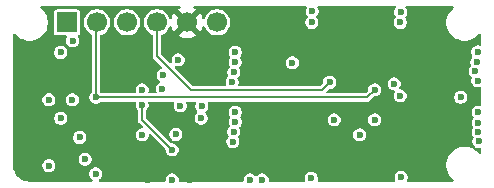
<source format=gbr>
%TF.GenerationSoftware,KiCad,Pcbnew,9.0.1*%
%TF.CreationDate,2025-08-04T21:34:24+02:00*%
%TF.ProjectId,rev1.0,72657631-2e30-42e6-9b69-6361645f7063,rev?*%
%TF.SameCoordinates,Original*%
%TF.FileFunction,Copper,L2,Inr*%
%TF.FilePolarity,Positive*%
%FSLAX46Y46*%
G04 Gerber Fmt 4.6, Leading zero omitted, Abs format (unit mm)*
G04 Created by KiCad (PCBNEW 9.0.1) date 2025-08-04 21:34:24*
%MOMM*%
%LPD*%
G01*
G04 APERTURE LIST*
%TA.AperFunction,ComponentPad*%
%ADD10R,1.700000X1.700000*%
%TD*%
%TA.AperFunction,ComponentPad*%
%ADD11C,1.700000*%
%TD*%
%TA.AperFunction,ViaPad*%
%ADD12C,0.600000*%
%TD*%
%TA.AperFunction,Conductor*%
%ADD13C,0.200000*%
%TD*%
G04 APERTURE END LIST*
D10*
%TO.N,PISO out*%
%TO.C,J1*%
X207010000Y-95885000D03*
D11*
%TO.N,SIPO in*%
X209550000Y-95885000D03*
%TO.N,Clock*%
X212090000Y-95885000D03*
%TO.N,Shift{slash}load*%
X214630000Y-95885000D03*
%TO.N,VCC*%
X217170000Y-95885000D03*
%TO.N,GND*%
X219710000Y-95885000D03*
%TD*%
D12*
%TO.N,GND*%
X208551832Y-107475378D03*
%TO.N,VCC*%
X205536535Y-100176279D03*
X206576293Y-105998922D03*
%TO.N,GND*%
X205470000Y-108000000D03*
X205470000Y-102425000D03*
%TO.N,SIPO in*%
X209447842Y-102230743D03*
%TO.N,GND*%
X207476294Y-97433704D03*
%TO.N,VCC*%
X211455000Y-100330000D03*
X210820000Y-100330000D03*
X211455000Y-102870000D03*
X210820000Y-102870000D03*
X210820000Y-105410000D03*
X211455000Y-105410000D03*
X210820000Y-106680000D03*
X211455000Y-106680000D03*
X210820000Y-107950000D03*
X211455000Y-107950000D03*
%TO.N,SIPO out*%
X209426139Y-108703471D03*
%TO.N,VCC*%
X204470000Y-104775000D03*
X204470000Y-97790000D03*
X204470000Y-99060000D03*
X204470000Y-98425000D03*
X204470000Y-103505000D03*
X204470000Y-104140000D03*
%TO.N,Clock*%
X206470000Y-104000000D03*
X208075732Y-105622014D03*
%TO.N,Shift{slash}load*%
X207470000Y-102425000D03*
%TO.N,Clock*%
X206470000Y-98425000D03*
%TO.N,VCC*%
X230556764Y-105358236D03*
X220345000Y-107950000D03*
X233045000Y-99060000D03*
X241589833Y-102239631D03*
X223520000Y-94996000D03*
X220980000Y-107950000D03*
X226934011Y-98367396D03*
X232410000Y-99060000D03*
X217424000Y-109220000D03*
X219710000Y-107950000D03*
X213868000Y-109220000D03*
X231775000Y-99060000D03*
X230505000Y-104775000D03*
%TO.N,GND*%
X235235000Y-95885000D03*
X235204000Y-102108000D03*
X227735000Y-95885000D03*
X229616000Y-104140000D03*
X227695226Y-109068412D03*
X227761953Y-94939361D03*
X235287856Y-109000215D03*
X235248499Y-95015136D03*
X234696000Y-101092000D03*
X223520000Y-109220000D03*
X222504000Y-109220000D03*
X215900000Y-109220000D03*
X240330558Y-102219643D03*
%TO.N,Net-(RN1-R4.2)*%
X213360000Y-105410000D03*
%TO.N,Net-(RN2-R3.2)*%
X218419793Y-102996024D03*
X215143489Y-100361727D03*
%TO.N,Net-(RN2-R2.2)*%
X218365909Y-103978347D03*
X215091735Y-101491698D03*
%TO.N,Net-(RN2-R4.2)*%
X216408000Y-99060000D03*
%TO.N,Net-(RN2-R1.2)*%
X216576921Y-102926367D03*
%TO.N,SIPO in*%
X233045000Y-101600000D03*
%TO.N,SIPO out*%
X221265000Y-98425000D03*
%TO.N,Net-(RN3-R1.1)*%
X241793421Y-100818455D03*
%TO.N,Net-(RN3-R2.1)*%
X241585000Y-100023904D03*
%TO.N,Net-(RN3-R3.1)*%
X241708754Y-99190257D03*
%TO.N,Net-(RN3-R4.1)*%
X241773873Y-98379399D03*
%TO.N,Net-(RN6-R3.1)*%
X241843353Y-104361437D03*
%TO.N,Net-(RN6-R4.1)*%
X241832882Y-103497403D03*
%TO.N,Net-(RN6-R2.1)*%
X241824311Y-105161213D03*
%TO.N,Net-(RN6-R1.1)*%
X241874969Y-105959610D03*
%TO.N,Net-(RN4-R4.1)*%
X220980000Y-100928346D03*
%TO.N,Net-(RN4-R2.1)*%
X221255220Y-99234227D03*
%TO.N,Net-(RN4-R3.1)*%
X221137989Y-100084157D03*
%TO.N,Net-(RN5-R1.1)*%
X221265000Y-103505000D03*
%TO.N,Net-(RN5-R3.1)*%
X221112634Y-105118470D03*
%TO.N,Net-(RN5-R2.1)*%
X221264999Y-104305000D03*
%TO.N,Net-(RN5-R4.1)*%
X221060000Y-105963162D03*
%TO.N,Clock*%
X231775000Y-105410000D03*
X226095889Y-99290867D03*
%TO.N,Shift{slash}load*%
X233045000Y-104140000D03*
X229235000Y-100965000D03*
%TO.N,Net-(RN1-R2.2)*%
X215900000Y-106680000D03*
X213360000Y-102870000D03*
%TO.N,Net-(RN1-R1.2)*%
X213360000Y-101600000D03*
%TO.N,Net-(RN1-R3.2)*%
X216226140Y-105368169D03*
%TD*%
D13*
%TO.N,SIPO in*%
X209447842Y-95987158D02*
X209550000Y-95885000D01*
X209447842Y-102235000D02*
X209447842Y-95987158D01*
X232410000Y-102235000D02*
X209447842Y-102235000D01*
X233045000Y-101600000D02*
X232410000Y-102235000D01*
%TO.N,Shift{slash}load*%
X228600000Y-101600000D02*
X217508084Y-101600000D01*
X229235000Y-100965000D02*
X228600000Y-101600000D01*
X214630000Y-98721916D02*
X214630000Y-95885000D01*
X217508084Y-101600000D02*
X214630000Y-98721916D01*
%TO.N,Net-(RN1-R2.2)*%
X213360000Y-104140000D02*
X215900000Y-106680000D01*
X213360000Y-102870000D02*
X213360000Y-104140000D01*
%TD*%
%TA.AperFunction,Conductor*%
%TO.N,VCC*%
G36*
X216598684Y-94499407D02*
G01*
X216634648Y-94548907D01*
X216634648Y-94610093D01*
X216598684Y-94659593D01*
X216585438Y-94667710D01*
X216462446Y-94730376D01*
X216462442Y-94730378D01*
X216408282Y-94769728D01*
X217040591Y-95402037D01*
X216977007Y-95419075D01*
X216862993Y-95484901D01*
X216769901Y-95577993D01*
X216704075Y-95692007D01*
X216687037Y-95755591D01*
X216054728Y-95123282D01*
X216015378Y-95177442D01*
X216015376Y-95177446D01*
X215918904Y-95366784D01*
X215862985Y-95538887D01*
X215827021Y-95588387D01*
X215768830Y-95607294D01*
X215710639Y-95588387D01*
X215674676Y-95538887D01*
X215649876Y-95462561D01*
X215649874Y-95462558D01*
X215649873Y-95462557D01*
X215649873Y-95462555D01*
X215571232Y-95308212D01*
X215469414Y-95168072D01*
X215346928Y-95045586D01*
X215206788Y-94943768D01*
X215206787Y-94943767D01*
X215206785Y-94943766D01*
X215052441Y-94865125D01*
X215052438Y-94865123D01*
X214887706Y-94811598D01*
X214887702Y-94811597D01*
X214716614Y-94784500D01*
X214716611Y-94784500D01*
X214543389Y-94784500D01*
X214543386Y-94784500D01*
X214372297Y-94811597D01*
X214372293Y-94811598D01*
X214207561Y-94865123D01*
X214207558Y-94865125D01*
X214053214Y-94943766D01*
X213913073Y-95045585D01*
X213790585Y-95168073D01*
X213688766Y-95308214D01*
X213610125Y-95462558D01*
X213610123Y-95462561D01*
X213556598Y-95627293D01*
X213556597Y-95627297D01*
X213529500Y-95798385D01*
X213529500Y-95971614D01*
X213556597Y-96142702D01*
X213556598Y-96142706D01*
X213610123Y-96307438D01*
X213610125Y-96307441D01*
X213675373Y-96435500D01*
X213688768Y-96461788D01*
X213790586Y-96601928D01*
X213913072Y-96724414D01*
X214053212Y-96826232D01*
X214207555Y-96904873D01*
X214207557Y-96904873D01*
X214207558Y-96904874D01*
X214211087Y-96906021D01*
X214260589Y-96941982D01*
X214279500Y-97000172D01*
X214279500Y-98768060D01*
X214298130Y-98837588D01*
X214300790Y-98847515D01*
X214300790Y-98847517D01*
X214303383Y-98857198D01*
X214303384Y-98857200D01*
X214303385Y-98857203D01*
X214303386Y-98857204D01*
X214349530Y-98937128D01*
X214810413Y-99398010D01*
X215070128Y-99657725D01*
X215097905Y-99712242D01*
X215088334Y-99772674D01*
X215045069Y-99815939D01*
X215025748Y-99823355D01*
X214931004Y-99848742D01*
X214931000Y-99848744D01*
X214805478Y-99921214D01*
X214702976Y-100023716D01*
X214630506Y-100149237D01*
X214630505Y-100149242D01*
X214592989Y-100289252D01*
X214592989Y-100434202D01*
X214597763Y-100452017D01*
X214630506Y-100574216D01*
X214702976Y-100699737D01*
X214702978Y-100699739D01*
X214702980Y-100699742D01*
X214805474Y-100802236D01*
X214805476Y-100802237D01*
X214805478Y-100802239D01*
X214846695Y-100826036D01*
X214887636Y-100871506D01*
X214894032Y-100932356D01*
X214863439Y-100985344D01*
X214846696Y-100997508D01*
X214753722Y-101051187D01*
X214651222Y-101153687D01*
X214578752Y-101279208D01*
X214549731Y-101387515D01*
X214541235Y-101419223D01*
X214541235Y-101564173D01*
X214573293Y-101683814D01*
X214578752Y-101704185D01*
X214597120Y-101735999D01*
X214609842Y-101795848D01*
X214584956Y-101851743D01*
X214531968Y-101882336D01*
X214511384Y-101884500D01*
X213982707Y-101884500D01*
X213924516Y-101865593D01*
X213888552Y-101816093D01*
X213887080Y-101759878D01*
X213910500Y-101672475D01*
X213910500Y-101527525D01*
X213872984Y-101387515D01*
X213872982Y-101387512D01*
X213872982Y-101387510D01*
X213800512Y-101261989D01*
X213800510Y-101261987D01*
X213800509Y-101261985D01*
X213698015Y-101159491D01*
X213698012Y-101159489D01*
X213698010Y-101159487D01*
X213572488Y-101087017D01*
X213572489Y-101087017D01*
X213542896Y-101079087D01*
X213432475Y-101049500D01*
X213287525Y-101049500D01*
X213225790Y-101066041D01*
X213147510Y-101087017D01*
X213021989Y-101159487D01*
X212919487Y-101261989D01*
X212847017Y-101387510D01*
X212822775Y-101477982D01*
X212809500Y-101527525D01*
X212809500Y-101672475D01*
X212832919Y-101759878D01*
X212829718Y-101820978D01*
X212791213Y-101868528D01*
X212737293Y-101884500D01*
X209921131Y-101884500D01*
X209913533Y-101882031D01*
X209905644Y-101883281D01*
X209884988Y-101872756D01*
X209862940Y-101865593D01*
X209851127Y-101855504D01*
X209827338Y-101831715D01*
X209799561Y-101777198D01*
X209798342Y-101761711D01*
X209798342Y-97033370D01*
X209817249Y-96975179D01*
X209866746Y-96939216D01*
X209972445Y-96904873D01*
X210126788Y-96826232D01*
X210266928Y-96724414D01*
X210389414Y-96601928D01*
X210491232Y-96461788D01*
X210569873Y-96307445D01*
X210569874Y-96307440D01*
X210569876Y-96307438D01*
X210623401Y-96142706D01*
X210623402Y-96142702D01*
X210650500Y-95971614D01*
X210650500Y-95798385D01*
X210989500Y-95798385D01*
X210989500Y-95971614D01*
X211016597Y-96142702D01*
X211016598Y-96142706D01*
X211070123Y-96307438D01*
X211070125Y-96307441D01*
X211135373Y-96435500D01*
X211148768Y-96461788D01*
X211250586Y-96601928D01*
X211373072Y-96724414D01*
X211513212Y-96826232D01*
X211667555Y-96904873D01*
X211667557Y-96904873D01*
X211667558Y-96904874D01*
X211667561Y-96904876D01*
X211832293Y-96958401D01*
X211832297Y-96958402D01*
X212003386Y-96985500D01*
X212003389Y-96985500D01*
X212176614Y-96985500D01*
X212347702Y-96958402D01*
X212347706Y-96958401D01*
X212512438Y-96904876D01*
X212512440Y-96904874D01*
X212512445Y-96904873D01*
X212666788Y-96826232D01*
X212806928Y-96724414D01*
X212929414Y-96601928D01*
X213031232Y-96461788D01*
X213109873Y-96307445D01*
X213109874Y-96307440D01*
X213109876Y-96307438D01*
X213163401Y-96142706D01*
X213163402Y-96142702D01*
X213190500Y-95971614D01*
X213190500Y-95798385D01*
X213163402Y-95627297D01*
X213163401Y-95627293D01*
X213109876Y-95462561D01*
X213109874Y-95462558D01*
X213109873Y-95462557D01*
X213109873Y-95462555D01*
X213031232Y-95308212D01*
X212929414Y-95168072D01*
X212806928Y-95045586D01*
X212666788Y-94943768D01*
X212666787Y-94943767D01*
X212666785Y-94943766D01*
X212512441Y-94865125D01*
X212512438Y-94865123D01*
X212347706Y-94811598D01*
X212347702Y-94811597D01*
X212176614Y-94784500D01*
X212176611Y-94784500D01*
X212003389Y-94784500D01*
X212003386Y-94784500D01*
X211832297Y-94811597D01*
X211832293Y-94811598D01*
X211667561Y-94865123D01*
X211667558Y-94865125D01*
X211513214Y-94943766D01*
X211373073Y-95045585D01*
X211250585Y-95168073D01*
X211148766Y-95308214D01*
X211070125Y-95462558D01*
X211070123Y-95462561D01*
X211016598Y-95627293D01*
X211016597Y-95627297D01*
X210989500Y-95798385D01*
X210650500Y-95798385D01*
X210623402Y-95627297D01*
X210623401Y-95627293D01*
X210569876Y-95462561D01*
X210569874Y-95462558D01*
X210569873Y-95462557D01*
X210569873Y-95462555D01*
X210491232Y-95308212D01*
X210389414Y-95168072D01*
X210266928Y-95045586D01*
X210126788Y-94943768D01*
X210126787Y-94943767D01*
X210126785Y-94943766D01*
X209972441Y-94865125D01*
X209972438Y-94865123D01*
X209807706Y-94811598D01*
X209807702Y-94811597D01*
X209636614Y-94784500D01*
X209636611Y-94784500D01*
X209463389Y-94784500D01*
X209463386Y-94784500D01*
X209292297Y-94811597D01*
X209292293Y-94811598D01*
X209127561Y-94865123D01*
X209127558Y-94865125D01*
X208973214Y-94943766D01*
X208833073Y-95045585D01*
X208710585Y-95168073D01*
X208608766Y-95308214D01*
X208530125Y-95462558D01*
X208530123Y-95462561D01*
X208476598Y-95627293D01*
X208476597Y-95627297D01*
X208449500Y-95798385D01*
X208449500Y-95971614D01*
X208476597Y-96142702D01*
X208476598Y-96142706D01*
X208530123Y-96307438D01*
X208530125Y-96307441D01*
X208595373Y-96435500D01*
X208608768Y-96461788D01*
X208710586Y-96601928D01*
X208833072Y-96724414D01*
X208973212Y-96826232D01*
X209043287Y-96861936D01*
X209086551Y-96905199D01*
X209097342Y-96950145D01*
X209097342Y-101761711D01*
X209078435Y-101819902D01*
X209068346Y-101831714D01*
X209007333Y-101892727D01*
X209007329Y-101892732D01*
X208934859Y-102018253D01*
X208897342Y-102158268D01*
X208897342Y-102303217D01*
X208934859Y-102443232D01*
X209007329Y-102568753D01*
X209007331Y-102568755D01*
X209007333Y-102568758D01*
X209109827Y-102671252D01*
X209109829Y-102671253D01*
X209109831Y-102671255D01*
X209235353Y-102743725D01*
X209235354Y-102743725D01*
X209235357Y-102743727D01*
X209375367Y-102781243D01*
X209375368Y-102781243D01*
X209520316Y-102781243D01*
X209520317Y-102781243D01*
X209660327Y-102743727D01*
X209660329Y-102743725D01*
X209660331Y-102743725D01*
X209785852Y-102671255D01*
X209785852Y-102671254D01*
X209785857Y-102671252D01*
X209819624Y-102637485D01*
X209842614Y-102614496D01*
X209897131Y-102586719D01*
X209912617Y-102585500D01*
X212737293Y-102585500D01*
X212795484Y-102604407D01*
X212831448Y-102653907D01*
X212832919Y-102710121D01*
X212809500Y-102797525D01*
X212809500Y-102942475D01*
X212824604Y-102998842D01*
X212847017Y-103082489D01*
X212919487Y-103208010D01*
X212919489Y-103208012D01*
X212919491Y-103208015D01*
X212980505Y-103269029D01*
X213008281Y-103323544D01*
X213009500Y-103339031D01*
X213009500Y-104186143D01*
X213021927Y-104232524D01*
X213033385Y-104275285D01*
X213033386Y-104275288D01*
X213079530Y-104355212D01*
X213079532Y-104355214D01*
X213414814Y-104690497D01*
X213442591Y-104745013D01*
X213433020Y-104805445D01*
X213389755Y-104848710D01*
X213344810Y-104859500D01*
X213287525Y-104859500D01*
X213225790Y-104876041D01*
X213147510Y-104897017D01*
X213021989Y-104969487D01*
X212919487Y-105071989D01*
X212847017Y-105197510D01*
X212837323Y-105233688D01*
X212809500Y-105337525D01*
X212809500Y-105482475D01*
X212831599Y-105564948D01*
X212847017Y-105622489D01*
X212919487Y-105748010D01*
X212919489Y-105748012D01*
X212919491Y-105748015D01*
X213021985Y-105850509D01*
X213021987Y-105850510D01*
X213021989Y-105850512D01*
X213147511Y-105922982D01*
X213147512Y-105922982D01*
X213147515Y-105922984D01*
X213287525Y-105960500D01*
X213287526Y-105960500D01*
X213432474Y-105960500D01*
X213432475Y-105960500D01*
X213572485Y-105922984D01*
X213572487Y-105922982D01*
X213572489Y-105922982D01*
X213698010Y-105850512D01*
X213698010Y-105850511D01*
X213698015Y-105850509D01*
X213800509Y-105748015D01*
X213824663Y-105706179D01*
X213872982Y-105622489D01*
X213872982Y-105622487D01*
X213872984Y-105622485D01*
X213910500Y-105482475D01*
X213910500Y-105425190D01*
X213929407Y-105366999D01*
X213978907Y-105331035D01*
X214040093Y-105331035D01*
X214079504Y-105355186D01*
X215320504Y-106596186D01*
X215348281Y-106650703D01*
X215349500Y-106666190D01*
X215349500Y-106752475D01*
X215379087Y-106862896D01*
X215387017Y-106892489D01*
X215459487Y-107018010D01*
X215459489Y-107018012D01*
X215459491Y-107018015D01*
X215561985Y-107120509D01*
X215561987Y-107120510D01*
X215561989Y-107120512D01*
X215687511Y-107192982D01*
X215687512Y-107192982D01*
X215687515Y-107192984D01*
X215827525Y-107230500D01*
X215827526Y-107230500D01*
X215972474Y-107230500D01*
X215972475Y-107230500D01*
X216112485Y-107192984D01*
X216112487Y-107192982D01*
X216112489Y-107192982D01*
X216238010Y-107120512D01*
X216238010Y-107120511D01*
X216238015Y-107120509D01*
X216340509Y-107018015D01*
X216351626Y-106998760D01*
X216412982Y-106892489D01*
X216412982Y-106892487D01*
X216412984Y-106892485D01*
X216450500Y-106752475D01*
X216450500Y-106607525D01*
X216412984Y-106467515D01*
X216412982Y-106467512D01*
X216412982Y-106467510D01*
X216340512Y-106341989D01*
X216340510Y-106341987D01*
X216340509Y-106341985D01*
X216238015Y-106239491D01*
X216238012Y-106239489D01*
X216238010Y-106239487D01*
X216112488Y-106167017D01*
X216112489Y-106167017D01*
X216082896Y-106159087D01*
X215972475Y-106129500D01*
X215972474Y-106129500D01*
X215886190Y-106129500D01*
X215827999Y-106110593D01*
X215816186Y-106100504D01*
X215011376Y-105295694D01*
X215675640Y-105295694D01*
X215675640Y-105440644D01*
X215704819Y-105549539D01*
X215713157Y-105580658D01*
X215785627Y-105706179D01*
X215785629Y-105706181D01*
X215785631Y-105706184D01*
X215888125Y-105808678D01*
X215888127Y-105808679D01*
X215888129Y-105808681D01*
X216013651Y-105881151D01*
X216013652Y-105881151D01*
X216013655Y-105881153D01*
X216153665Y-105918669D01*
X216153666Y-105918669D01*
X216298614Y-105918669D01*
X216298615Y-105918669D01*
X216403044Y-105890687D01*
X220509500Y-105890687D01*
X220509500Y-106035636D01*
X220547017Y-106175651D01*
X220619487Y-106301172D01*
X220619489Y-106301174D01*
X220619491Y-106301177D01*
X220721985Y-106403671D01*
X220721987Y-106403672D01*
X220721989Y-106403674D01*
X220847511Y-106476144D01*
X220847512Y-106476144D01*
X220847515Y-106476146D01*
X220987525Y-106513662D01*
X220987526Y-106513662D01*
X221132474Y-106513662D01*
X221132475Y-106513662D01*
X221272485Y-106476146D01*
X221272487Y-106476144D01*
X221272489Y-106476144D01*
X221398010Y-106403674D01*
X221398010Y-106403673D01*
X221398015Y-106403671D01*
X221500509Y-106301177D01*
X221572984Y-106175647D01*
X221610500Y-106035637D01*
X221610500Y-105890687D01*
X221572984Y-105750677D01*
X221572982Y-105750674D01*
X221572982Y-105750672D01*
X221497265Y-105619527D01*
X221499416Y-105618284D01*
X221482562Y-105570722D01*
X221499925Y-105512052D01*
X221511519Y-105498108D01*
X221553143Y-105456485D01*
X221621825Y-105337525D01*
X231224500Y-105337525D01*
X231224500Y-105482475D01*
X231246599Y-105564948D01*
X231262017Y-105622489D01*
X231334487Y-105748010D01*
X231334489Y-105748012D01*
X231334491Y-105748015D01*
X231436985Y-105850509D01*
X231436987Y-105850510D01*
X231436989Y-105850512D01*
X231562511Y-105922982D01*
X231562512Y-105922982D01*
X231562515Y-105922984D01*
X231702525Y-105960500D01*
X231702526Y-105960500D01*
X231847474Y-105960500D01*
X231847475Y-105960500D01*
X231987485Y-105922984D01*
X231987487Y-105922982D01*
X231987489Y-105922982D01*
X232113010Y-105850512D01*
X232113010Y-105850511D01*
X232113015Y-105850509D01*
X232215509Y-105748015D01*
X232239663Y-105706179D01*
X232287982Y-105622489D01*
X232287982Y-105622487D01*
X232287984Y-105622485D01*
X232325500Y-105482475D01*
X232325500Y-105337525D01*
X232287984Y-105197515D01*
X232287982Y-105197512D01*
X232287982Y-105197510D01*
X232215512Y-105071989D01*
X232215510Y-105071987D01*
X232215509Y-105071985D01*
X232113015Y-104969491D01*
X232113012Y-104969489D01*
X232113010Y-104969487D01*
X231987488Y-104897017D01*
X231987489Y-104897017D01*
X231957896Y-104889087D01*
X231847475Y-104859500D01*
X231702525Y-104859500D01*
X231640790Y-104876041D01*
X231562510Y-104897017D01*
X231436989Y-104969487D01*
X231334487Y-105071989D01*
X231262017Y-105197510D01*
X231252323Y-105233688D01*
X231224500Y-105337525D01*
X221621825Y-105337525D01*
X221625618Y-105330955D01*
X221635067Y-105295694D01*
X221651681Y-105233687D01*
X221663134Y-105190945D01*
X221663134Y-105045995D01*
X221625618Y-104905985D01*
X221625616Y-104905982D01*
X221625616Y-104905980D01*
X221596589Y-104855704D01*
X221583867Y-104795856D01*
X221608754Y-104739960D01*
X221612303Y-104736219D01*
X221705508Y-104643015D01*
X221745399Y-104573922D01*
X221777981Y-104517489D01*
X221777981Y-104517487D01*
X221777983Y-104517485D01*
X221815499Y-104377475D01*
X221815499Y-104232525D01*
X221777983Y-104092515D01*
X221763555Y-104067525D01*
X229065500Y-104067525D01*
X229065500Y-104212475D01*
X229082330Y-104275285D01*
X229103017Y-104352489D01*
X229175487Y-104478010D01*
X229175489Y-104478012D01*
X229175491Y-104478015D01*
X229277985Y-104580509D01*
X229277987Y-104580510D01*
X229277989Y-104580512D01*
X229403511Y-104652982D01*
X229403512Y-104652982D01*
X229403515Y-104652984D01*
X229543525Y-104690500D01*
X229543526Y-104690500D01*
X229688474Y-104690500D01*
X229688475Y-104690500D01*
X229828485Y-104652984D01*
X229828487Y-104652982D01*
X229828489Y-104652982D01*
X229954010Y-104580512D01*
X229954010Y-104580511D01*
X229954015Y-104580509D01*
X230056509Y-104478015D01*
X230056512Y-104478010D01*
X230128982Y-104352489D01*
X230128982Y-104352487D01*
X230128984Y-104352485D01*
X230166500Y-104212475D01*
X230166500Y-104067525D01*
X232494500Y-104067525D01*
X232494500Y-104212475D01*
X232511330Y-104275285D01*
X232532017Y-104352489D01*
X232604487Y-104478010D01*
X232604489Y-104478012D01*
X232604491Y-104478015D01*
X232706985Y-104580509D01*
X232706987Y-104580510D01*
X232706989Y-104580512D01*
X232832511Y-104652982D01*
X232832512Y-104652982D01*
X232832515Y-104652984D01*
X232972525Y-104690500D01*
X232972526Y-104690500D01*
X233117474Y-104690500D01*
X233117475Y-104690500D01*
X233257485Y-104652984D01*
X233257487Y-104652982D01*
X233257489Y-104652982D01*
X233383010Y-104580512D01*
X233383010Y-104580511D01*
X233383015Y-104580509D01*
X233485509Y-104478015D01*
X233485512Y-104478010D01*
X233557982Y-104352489D01*
X233557982Y-104352487D01*
X233557984Y-104352485D01*
X233595500Y-104212475D01*
X233595500Y-104067525D01*
X233557984Y-103927515D01*
X233557982Y-103927512D01*
X233557982Y-103927510D01*
X233485512Y-103801989D01*
X233485510Y-103801987D01*
X233485509Y-103801985D01*
X233383015Y-103699491D01*
X233383012Y-103699489D01*
X233383010Y-103699487D01*
X233257488Y-103627017D01*
X233257489Y-103627017D01*
X233227896Y-103619087D01*
X233117475Y-103589500D01*
X232972525Y-103589500D01*
X232910790Y-103606041D01*
X232832510Y-103627017D01*
X232706989Y-103699487D01*
X232604487Y-103801989D01*
X232532017Y-103927510D01*
X232506318Y-104023421D01*
X232494500Y-104067525D01*
X230166500Y-104067525D01*
X230128984Y-103927515D01*
X230128982Y-103927512D01*
X230128982Y-103927510D01*
X230056512Y-103801989D01*
X230056510Y-103801987D01*
X230056509Y-103801985D01*
X229954015Y-103699491D01*
X229954012Y-103699489D01*
X229954010Y-103699487D01*
X229828488Y-103627017D01*
X229828489Y-103627017D01*
X229798896Y-103619087D01*
X229688475Y-103589500D01*
X229543525Y-103589500D01*
X229481790Y-103606041D01*
X229403510Y-103627017D01*
X229277989Y-103699487D01*
X229175487Y-103801989D01*
X229103017Y-103927510D01*
X229077318Y-104023421D01*
X229065500Y-104067525D01*
X221763555Y-104067525D01*
X221705508Y-103966985D01*
X221702309Y-103963786D01*
X221696810Y-103954178D01*
X221691858Y-103930444D01*
X221683766Y-103907594D01*
X221685717Y-103901006D01*
X221684314Y-103894282D01*
X221694257Y-103872172D01*
X221701142Y-103848928D01*
X221704197Y-103844723D01*
X221705501Y-103843022D01*
X221705509Y-103843015D01*
X221709898Y-103835413D01*
X221777982Y-103717489D01*
X221777982Y-103717487D01*
X221777984Y-103717485D01*
X221815500Y-103577475D01*
X221815500Y-103432525D01*
X221777984Y-103292515D01*
X221777982Y-103292512D01*
X221777982Y-103292510D01*
X221705512Y-103166989D01*
X221705510Y-103166987D01*
X221705509Y-103166985D01*
X221603015Y-103064491D01*
X221603012Y-103064489D01*
X221603010Y-103064487D01*
X221477488Y-102992017D01*
X221477489Y-102992017D01*
X221415847Y-102975500D01*
X221337475Y-102954500D01*
X221192525Y-102954500D01*
X221130790Y-102971041D01*
X221052510Y-102992017D01*
X220926989Y-103064487D01*
X220824487Y-103166989D01*
X220752017Y-103292510D01*
X220739552Y-103339031D01*
X220714500Y-103432525D01*
X220714500Y-103577475D01*
X220731344Y-103640336D01*
X220752017Y-103717489D01*
X220824487Y-103843009D01*
X220824489Y-103843011D01*
X220824491Y-103843015D01*
X220824493Y-103843017D01*
X220825808Y-103844731D01*
X220826326Y-103846195D01*
X220827735Y-103848635D01*
X220827282Y-103848896D01*
X220846232Y-103902407D01*
X220828855Y-103961073D01*
X220825815Y-103965257D01*
X220824491Y-103966982D01*
X220752016Y-104092510D01*
X220726927Y-104186143D01*
X220714499Y-104232525D01*
X220714499Y-104377475D01*
X220731389Y-104440509D01*
X220752016Y-104517489D01*
X220781043Y-104567764D01*
X220793765Y-104627612D01*
X220768879Y-104683508D01*
X220765311Y-104687267D01*
X220672125Y-104780453D01*
X220672121Y-104780459D01*
X220599651Y-104905980D01*
X220599650Y-104905985D01*
X220562134Y-105045995D01*
X220562134Y-105190945D01*
X220573587Y-105233687D01*
X220599651Y-105330959D01*
X220675369Y-105462105D01*
X220673217Y-105463347D01*
X220690072Y-105510916D01*
X220672704Y-105569585D01*
X220661110Y-105583527D01*
X220619491Y-105625145D01*
X220619487Y-105625151D01*
X220547017Y-105750672D01*
X220509500Y-105890687D01*
X216403044Y-105890687D01*
X216438625Y-105881153D01*
X216438627Y-105881151D01*
X216438629Y-105881151D01*
X216519432Y-105834499D01*
X216564155Y-105808678D01*
X216666649Y-105706184D01*
X216673402Y-105694488D01*
X216739122Y-105580658D01*
X216739122Y-105580656D01*
X216739124Y-105580654D01*
X216776640Y-105440644D01*
X216776640Y-105295694D01*
X216739124Y-105155684D01*
X216739122Y-105155681D01*
X216739122Y-105155679D01*
X216666652Y-105030158D01*
X216666650Y-105030156D01*
X216666649Y-105030154D01*
X216564155Y-104927660D01*
X216564152Y-104927658D01*
X216564150Y-104927656D01*
X216438628Y-104855186D01*
X216438629Y-104855186D01*
X216409036Y-104847256D01*
X216298615Y-104817669D01*
X216153665Y-104817669D01*
X216133046Y-104823194D01*
X216013650Y-104855186D01*
X215888129Y-104927656D01*
X215785627Y-105030158D01*
X215713157Y-105155679D01*
X215678774Y-105283999D01*
X215675640Y-105295694D01*
X215011376Y-105295694D01*
X213739496Y-104023814D01*
X213711719Y-103969297D01*
X213710500Y-103953810D01*
X213710500Y-103339031D01*
X213729407Y-103280840D01*
X213739490Y-103269033D01*
X213800509Y-103208015D01*
X213800512Y-103208010D01*
X213872982Y-103082489D01*
X213872982Y-103082487D01*
X213872984Y-103082485D01*
X213910500Y-102942475D01*
X213910500Y-102797525D01*
X213887080Y-102710121D01*
X213890282Y-102649022D01*
X213928787Y-102601472D01*
X213982707Y-102585500D01*
X215969318Y-102585500D01*
X216027509Y-102604407D01*
X216063473Y-102653907D01*
X216064945Y-102710124D01*
X216063938Y-102713878D01*
X216063937Y-102713882D01*
X216026421Y-102853892D01*
X216026421Y-102998842D01*
X216045086Y-103068499D01*
X216063938Y-103138856D01*
X216136408Y-103264377D01*
X216136410Y-103264379D01*
X216136412Y-103264382D01*
X216238906Y-103366876D01*
X216238908Y-103366877D01*
X216238910Y-103366879D01*
X216364432Y-103439349D01*
X216364433Y-103439349D01*
X216364436Y-103439351D01*
X216504446Y-103476867D01*
X216504447Y-103476867D01*
X216649395Y-103476867D01*
X216649396Y-103476867D01*
X216789406Y-103439351D01*
X216789408Y-103439349D01*
X216789410Y-103439349D01*
X216914931Y-103366879D01*
X216914931Y-103366878D01*
X216914936Y-103366876D01*
X217017430Y-103264382D01*
X217049686Y-103208513D01*
X217089903Y-103138856D01*
X217089903Y-103138854D01*
X217089905Y-103138852D01*
X217127421Y-102998842D01*
X217127421Y-102853892D01*
X217089905Y-102713882D01*
X217089903Y-102713878D01*
X217088897Y-102710124D01*
X217092099Y-102649022D01*
X217130604Y-102601472D01*
X217184524Y-102585500D01*
X217849674Y-102585500D01*
X217907865Y-102604407D01*
X217943829Y-102653907D01*
X217943829Y-102715093D01*
X217935410Y-102734001D01*
X217906810Y-102783536D01*
X217906809Y-102783538D01*
X217906809Y-102783539D01*
X217903061Y-102797527D01*
X217869293Y-102923549D01*
X217869293Y-103068498D01*
X217906810Y-103208513D01*
X217979280Y-103334034D01*
X217979282Y-103334036D01*
X217979284Y-103334039D01*
X218035881Y-103390636D01*
X218063657Y-103445151D01*
X218054086Y-103505583D01*
X218031717Y-103532484D01*
X218032483Y-103533250D01*
X218027896Y-103537836D01*
X218027894Y-103537838D01*
X217976232Y-103589500D01*
X217925397Y-103640335D01*
X217925396Y-103640336D01*
X217852926Y-103765857D01*
X217830746Y-103848635D01*
X217815409Y-103905872D01*
X217815409Y-104050822D01*
X217826581Y-104092515D01*
X217852926Y-104190836D01*
X217925396Y-104316357D01*
X217925398Y-104316359D01*
X217925400Y-104316362D01*
X218027894Y-104418856D01*
X218027896Y-104418857D01*
X218027898Y-104418859D01*
X218153420Y-104491329D01*
X218153421Y-104491329D01*
X218153424Y-104491331D01*
X218293434Y-104528847D01*
X218293435Y-104528847D01*
X218438383Y-104528847D01*
X218438384Y-104528847D01*
X218578394Y-104491331D01*
X218578396Y-104491329D01*
X218578398Y-104491329D01*
X218703919Y-104418859D01*
X218703919Y-104418858D01*
X218703924Y-104418856D01*
X218806418Y-104316362D01*
X218806421Y-104316357D01*
X218878891Y-104190836D01*
X218878891Y-104190834D01*
X218878893Y-104190832D01*
X218916409Y-104050822D01*
X218916409Y-103905872D01*
X218878893Y-103765862D01*
X218878891Y-103765859D01*
X218878891Y-103765857D01*
X218806421Y-103640336D01*
X218806419Y-103640334D01*
X218806418Y-103640332D01*
X218749819Y-103583733D01*
X218722044Y-103529219D01*
X218731615Y-103468787D01*
X218753987Y-103441889D01*
X218753219Y-103441121D01*
X218757805Y-103436534D01*
X218757808Y-103436533D01*
X218860302Y-103334039D01*
X218866361Y-103323544D01*
X218932775Y-103208513D01*
X218932775Y-103208511D01*
X218932777Y-103208509D01*
X218970293Y-103068499D01*
X218970293Y-102923549D01*
X218932777Y-102783539D01*
X218904175Y-102734000D01*
X218891454Y-102674152D01*
X218916340Y-102618257D01*
X218969328Y-102587664D01*
X218989912Y-102585500D01*
X232456142Y-102585500D01*
X232456144Y-102585500D01*
X232545288Y-102561614D01*
X232545291Y-102561612D01*
X232555851Y-102555516D01*
X232576457Y-102543618D01*
X232625212Y-102515470D01*
X232848565Y-102292117D01*
X232961187Y-102179496D01*
X233015703Y-102151719D01*
X233031190Y-102150500D01*
X233117474Y-102150500D01*
X233117475Y-102150500D01*
X233257485Y-102112984D01*
X233257487Y-102112982D01*
X233257489Y-102112982D01*
X233383010Y-102040512D01*
X233383010Y-102040511D01*
X233383015Y-102040509D01*
X233485509Y-101938015D01*
X233500520Y-101912016D01*
X233557982Y-101812489D01*
X233557982Y-101812487D01*
X233557984Y-101812485D01*
X233595500Y-101672475D01*
X233595500Y-101527525D01*
X233557984Y-101387515D01*
X233557982Y-101387512D01*
X233557982Y-101387510D01*
X233485512Y-101261989D01*
X233485510Y-101261987D01*
X233485509Y-101261985D01*
X233383015Y-101159491D01*
X233383012Y-101159489D01*
X233383010Y-101159487D01*
X233277848Y-101098772D01*
X233277847Y-101098772D01*
X233257487Y-101087017D01*
X233257486Y-101087016D01*
X233257485Y-101087016D01*
X233117475Y-101049500D01*
X232972525Y-101049500D01*
X232910790Y-101066041D01*
X232832510Y-101087017D01*
X232706989Y-101159487D01*
X232604487Y-101261989D01*
X232532017Y-101387510D01*
X232494500Y-101527525D01*
X232494500Y-101613810D01*
X232475593Y-101672001D01*
X232465504Y-101683814D01*
X232293814Y-101855504D01*
X232239297Y-101883281D01*
X232223810Y-101884500D01*
X229050189Y-101884500D01*
X228991998Y-101865593D01*
X228956034Y-101816093D01*
X228956034Y-101754907D01*
X228980186Y-101715496D01*
X229151187Y-101544496D01*
X229205703Y-101516719D01*
X229221190Y-101515500D01*
X229307474Y-101515500D01*
X229307475Y-101515500D01*
X229447485Y-101477984D01*
X229447487Y-101477982D01*
X229447489Y-101477982D01*
X229573010Y-101405512D01*
X229573010Y-101405511D01*
X229573015Y-101405509D01*
X229675509Y-101303015D01*
X229689254Y-101279208D01*
X229747982Y-101177489D01*
X229747982Y-101177487D01*
X229747984Y-101177485D01*
X229785500Y-101037475D01*
X229785500Y-101019525D01*
X234145500Y-101019525D01*
X234145500Y-101164475D01*
X234164003Y-101233528D01*
X234183017Y-101304489D01*
X234255487Y-101430010D01*
X234255489Y-101430012D01*
X234255491Y-101430015D01*
X234357985Y-101532509D01*
X234357987Y-101532510D01*
X234357989Y-101532512D01*
X234483511Y-101604982D01*
X234483512Y-101604982D01*
X234483515Y-101604984D01*
X234623525Y-101642500D01*
X234623526Y-101642500D01*
X234665621Y-101642500D01*
X234723812Y-101661407D01*
X234759776Y-101710907D01*
X234759776Y-101772093D01*
X234751357Y-101791000D01*
X234691017Y-101895510D01*
X234653500Y-102035525D01*
X234653500Y-102180474D01*
X234691017Y-102320489D01*
X234763487Y-102446010D01*
X234763489Y-102446012D01*
X234763491Y-102446015D01*
X234865985Y-102548509D01*
X234865987Y-102548510D01*
X234865989Y-102548512D01*
X234991511Y-102620982D01*
X234991512Y-102620982D01*
X234991515Y-102620984D01*
X235131525Y-102658500D01*
X235131526Y-102658500D01*
X235276474Y-102658500D01*
X235276475Y-102658500D01*
X235416485Y-102620984D01*
X235416487Y-102620982D01*
X235416489Y-102620982D01*
X235542010Y-102548512D01*
X235542010Y-102548511D01*
X235542015Y-102548509D01*
X235644509Y-102446015D01*
X235646118Y-102443228D01*
X235716982Y-102320489D01*
X235716982Y-102320487D01*
X235716984Y-102320485D01*
X235754500Y-102180475D01*
X235754500Y-102147168D01*
X239780058Y-102147168D01*
X239780058Y-102292118D01*
X239787659Y-102320485D01*
X239817575Y-102432132D01*
X239890045Y-102557653D01*
X239890047Y-102557655D01*
X239890049Y-102557658D01*
X239992543Y-102660152D01*
X239992545Y-102660153D01*
X239992547Y-102660155D01*
X240118069Y-102732625D01*
X240118070Y-102732625D01*
X240118073Y-102732627D01*
X240258083Y-102770143D01*
X240258084Y-102770143D01*
X240403032Y-102770143D01*
X240403033Y-102770143D01*
X240543043Y-102732627D01*
X240543045Y-102732625D01*
X240543047Y-102732625D01*
X240668568Y-102660155D01*
X240668568Y-102660154D01*
X240668573Y-102660152D01*
X240771067Y-102557658D01*
X240772304Y-102555515D01*
X240843540Y-102432132D01*
X240843540Y-102432130D01*
X240843542Y-102432128D01*
X240881058Y-102292118D01*
X240881058Y-102147168D01*
X240843542Y-102007158D01*
X240843540Y-102007155D01*
X240843540Y-102007153D01*
X240771070Y-101881632D01*
X240771068Y-101881630D01*
X240771067Y-101881628D01*
X240668573Y-101779134D01*
X240668570Y-101779132D01*
X240668568Y-101779130D01*
X240543046Y-101706660D01*
X240543047Y-101706660D01*
X240457785Y-101683814D01*
X240403033Y-101669143D01*
X240258083Y-101669143D01*
X240203331Y-101683814D01*
X240118068Y-101706660D01*
X239992547Y-101779130D01*
X239890045Y-101881632D01*
X239817575Y-102007153D01*
X239796184Y-102086985D01*
X239780058Y-102147168D01*
X235754500Y-102147168D01*
X235754500Y-102035525D01*
X235716984Y-101895515D01*
X235716982Y-101895512D01*
X235716982Y-101895510D01*
X235644512Y-101769989D01*
X235644510Y-101769987D01*
X235644509Y-101769985D01*
X235542015Y-101667491D01*
X235542012Y-101667489D01*
X235542010Y-101667487D01*
X235416488Y-101595017D01*
X235416489Y-101595017D01*
X235386896Y-101587087D01*
X235276475Y-101557500D01*
X235234379Y-101557500D01*
X235176188Y-101538593D01*
X235140224Y-101489093D01*
X235140224Y-101427907D01*
X235148643Y-101409000D01*
X235208982Y-101304489D01*
X235208982Y-101304487D01*
X235208984Y-101304485D01*
X235246500Y-101164475D01*
X235246500Y-101019525D01*
X235208984Y-100879515D01*
X235208982Y-100879512D01*
X235208982Y-100879510D01*
X235136512Y-100753989D01*
X235136510Y-100753987D01*
X235136509Y-100753985D01*
X235034015Y-100651491D01*
X235034012Y-100651489D01*
X235034010Y-100651487D01*
X234908488Y-100579017D01*
X234908489Y-100579017D01*
X234871154Y-100569013D01*
X234768475Y-100541500D01*
X234623525Y-100541500D01*
X234561790Y-100558041D01*
X234483510Y-100579017D01*
X234357989Y-100651487D01*
X234255487Y-100753989D01*
X234183017Y-100879510D01*
X234150512Y-101000821D01*
X234145500Y-101019525D01*
X229785500Y-101019525D01*
X229785500Y-100892525D01*
X229747984Y-100752515D01*
X229747982Y-100752512D01*
X229747982Y-100752510D01*
X229675512Y-100626989D01*
X229675510Y-100626987D01*
X229675509Y-100626985D01*
X229573015Y-100524491D01*
X229573012Y-100524489D01*
X229573010Y-100524487D01*
X229447488Y-100452017D01*
X229447489Y-100452017D01*
X229380999Y-100434201D01*
X229307475Y-100414500D01*
X229162525Y-100414500D01*
X229131449Y-100422827D01*
X229022510Y-100452017D01*
X228896989Y-100524487D01*
X228794487Y-100626989D01*
X228722017Y-100752510D01*
X228684500Y-100892525D01*
X228684500Y-100978810D01*
X228665593Y-101037001D01*
X228655504Y-101048814D01*
X228483814Y-101220504D01*
X228429297Y-101248281D01*
X228413810Y-101249500D01*
X221592885Y-101249500D01*
X221534694Y-101230593D01*
X221498730Y-101181093D01*
X221497259Y-101124876D01*
X221504254Y-101098772D01*
X221530500Y-101000821D01*
X221530500Y-100855871D01*
X221492984Y-100715861D01*
X221454683Y-100649523D01*
X221441962Y-100589675D01*
X221466848Y-100533780D01*
X221471575Y-100529414D01*
X221471415Y-100529254D01*
X221476001Y-100524667D01*
X221476004Y-100524666D01*
X221578498Y-100422172D01*
X221578561Y-100422063D01*
X221650971Y-100296646D01*
X221650971Y-100296644D01*
X221650973Y-100296642D01*
X221688489Y-100156632D01*
X221688489Y-100011682D01*
X221650973Y-99871672D01*
X221650970Y-99871667D01*
X221595738Y-99776002D01*
X221583017Y-99716154D01*
X221607904Y-99660258D01*
X221611453Y-99656517D01*
X221695729Y-99572242D01*
X221721115Y-99528272D01*
X221768202Y-99446716D01*
X221768203Y-99446713D01*
X221768204Y-99446712D01*
X221805720Y-99306702D01*
X221805720Y-99218392D01*
X225545389Y-99218392D01*
X225545389Y-99363342D01*
X225567729Y-99446716D01*
X225582906Y-99503356D01*
X225655376Y-99628877D01*
X225655378Y-99628879D01*
X225655380Y-99628882D01*
X225757874Y-99731376D01*
X225757876Y-99731377D01*
X225757878Y-99731379D01*
X225883400Y-99803849D01*
X225883401Y-99803849D01*
X225883404Y-99803851D01*
X226023414Y-99841367D01*
X226023415Y-99841367D01*
X226168363Y-99841367D01*
X226168364Y-99841367D01*
X226308374Y-99803851D01*
X226308376Y-99803849D01*
X226308378Y-99803849D01*
X226433899Y-99731379D01*
X226433899Y-99731378D01*
X226433904Y-99731376D01*
X226536398Y-99628882D01*
X226578802Y-99555436D01*
X226608871Y-99503356D01*
X226608871Y-99503354D01*
X226608873Y-99503352D01*
X226646389Y-99363342D01*
X226646389Y-99218392D01*
X226608873Y-99078382D01*
X226608871Y-99078379D01*
X226608871Y-99078377D01*
X226536401Y-98952856D01*
X226536399Y-98952854D01*
X226536398Y-98952852D01*
X226433904Y-98850358D01*
X226433901Y-98850356D01*
X226433899Y-98850354D01*
X226308377Y-98777884D01*
X226308378Y-98777884D01*
X226256432Y-98763965D01*
X226168364Y-98740367D01*
X226023414Y-98740367D01*
X225966314Y-98755667D01*
X225883399Y-98777884D01*
X225757878Y-98850354D01*
X225655376Y-98952856D01*
X225582906Y-99078377D01*
X225560566Y-99161752D01*
X225545389Y-99218392D01*
X221805720Y-99218392D01*
X221805720Y-99161752D01*
X221768204Y-99021742D01*
X221768202Y-99021739D01*
X221768202Y-99021737D01*
X221695734Y-98896219D01*
X221695000Y-98895263D01*
X221694711Y-98894448D01*
X221692485Y-98890592D01*
X221693199Y-98890179D01*
X221674573Y-98837588D01*
X221691947Y-98778921D01*
X221703536Y-98764987D01*
X221705509Y-98763015D01*
X221705510Y-98763012D01*
X221705512Y-98763011D01*
X221777982Y-98637489D01*
X221777982Y-98637487D01*
X221777984Y-98637485D01*
X221815500Y-98497475D01*
X221815500Y-98352525D01*
X221777984Y-98212515D01*
X221777982Y-98212512D01*
X221777982Y-98212510D01*
X221705512Y-98086989D01*
X221705510Y-98086987D01*
X221705509Y-98086985D01*
X221603015Y-97984491D01*
X221603012Y-97984489D01*
X221603010Y-97984487D01*
X221477488Y-97912017D01*
X221477489Y-97912017D01*
X221447896Y-97904087D01*
X221337475Y-97874500D01*
X221192525Y-97874500D01*
X221130790Y-97891041D01*
X221052510Y-97912017D01*
X220926989Y-97984487D01*
X220824487Y-98086989D01*
X220752017Y-98212510D01*
X220752016Y-98212515D01*
X220714500Y-98352525D01*
X220714500Y-98497475D01*
X220727775Y-98547016D01*
X220752017Y-98637489D01*
X220824488Y-98763011D01*
X220825220Y-98763965D01*
X220825507Y-98764777D01*
X220827735Y-98768635D01*
X220827020Y-98769047D01*
X220845646Y-98821640D01*
X220828270Y-98880307D01*
X220816689Y-98894233D01*
X220814711Y-98896210D01*
X220742237Y-99021737D01*
X220727059Y-99078382D01*
X220704720Y-99161752D01*
X220704720Y-99306702D01*
X220719897Y-99363341D01*
X220742236Y-99446713D01*
X220797470Y-99542381D01*
X220810191Y-99602230D01*
X220785304Y-99658125D01*
X220781737Y-99661884D01*
X220697480Y-99746141D01*
X220697476Y-99746146D01*
X220625006Y-99871667D01*
X220587489Y-100011682D01*
X220587489Y-100156631D01*
X220625006Y-100296646D01*
X220663304Y-100362979D01*
X220676026Y-100422827D01*
X220651139Y-100478723D01*
X220646415Y-100483090D01*
X220646574Y-100483249D01*
X220641987Y-100487835D01*
X220641985Y-100487837D01*
X220588322Y-100541500D01*
X220539488Y-100590334D01*
X220539487Y-100590335D01*
X220467017Y-100715856D01*
X220429500Y-100855871D01*
X220429500Y-101000823D01*
X220462741Y-101124876D01*
X220459540Y-101185978D01*
X220421035Y-101233528D01*
X220367115Y-101249500D01*
X217694273Y-101249500D01*
X217636082Y-101230593D01*
X217624269Y-101220504D01*
X216324979Y-99921214D01*
X216157932Y-99754166D01*
X216130156Y-99699651D01*
X216139727Y-99639219D01*
X216182992Y-99595954D01*
X216243424Y-99586383D01*
X216253554Y-99588535D01*
X216335525Y-99610500D01*
X216335526Y-99610500D01*
X216480474Y-99610500D01*
X216480475Y-99610500D01*
X216620485Y-99572984D01*
X216620487Y-99572982D01*
X216620489Y-99572982D01*
X216746010Y-99500512D01*
X216746010Y-99500511D01*
X216746015Y-99500509D01*
X216848509Y-99398015D01*
X216901229Y-99306702D01*
X216920982Y-99272489D01*
X216920982Y-99272487D01*
X216920984Y-99272485D01*
X216958500Y-99132475D01*
X216958500Y-98987525D01*
X216920984Y-98847515D01*
X216920982Y-98847512D01*
X216920982Y-98847510D01*
X216848512Y-98721989D01*
X216848510Y-98721987D01*
X216848509Y-98721985D01*
X216746015Y-98619491D01*
X216746012Y-98619489D01*
X216746010Y-98619487D01*
X216620488Y-98547017D01*
X216620489Y-98547017D01*
X216578351Y-98535726D01*
X216480475Y-98509500D01*
X216335525Y-98509500D01*
X216273790Y-98526041D01*
X216195510Y-98547017D01*
X216069989Y-98619487D01*
X215967487Y-98721989D01*
X215895017Y-98847510D01*
X215857500Y-98987525D01*
X215857500Y-99132474D01*
X215879462Y-99214439D01*
X215876259Y-99275541D01*
X215837754Y-99323091D01*
X215778653Y-99338926D01*
X215721532Y-99316999D01*
X215713838Y-99310072D01*
X215009496Y-98605730D01*
X214981719Y-98551213D01*
X214980500Y-98535726D01*
X214980500Y-97000177D01*
X214987968Y-96977190D01*
X214992246Y-96953404D01*
X214996984Y-96949441D01*
X214999407Y-96941986D01*
X215036402Y-96911050D01*
X215042480Y-96908110D01*
X215052445Y-96904873D01*
X215206788Y-96826232D01*
X215346928Y-96724414D01*
X215469414Y-96601928D01*
X215571232Y-96461788D01*
X215649873Y-96307445D01*
X215674675Y-96231111D01*
X215710639Y-96181612D01*
X215768830Y-96162705D01*
X215827021Y-96181612D01*
X215862985Y-96231112D01*
X215918904Y-96403215D01*
X216015376Y-96592553D01*
X216015380Y-96592559D01*
X216054728Y-96646716D01*
X216054729Y-96646716D01*
X216687037Y-96014407D01*
X216704075Y-96077993D01*
X216769901Y-96192007D01*
X216862993Y-96285099D01*
X216977007Y-96350925D01*
X217040589Y-96367962D01*
X216408282Y-97000269D01*
X216408282Y-97000270D01*
X216462440Y-97039619D01*
X216462446Y-97039623D01*
X216651784Y-97136095D01*
X216853878Y-97201759D01*
X217063750Y-97235000D01*
X217276250Y-97235000D01*
X217486121Y-97201759D01*
X217688215Y-97136095D01*
X217877556Y-97039620D01*
X217931716Y-97000270D01*
X217299408Y-96367962D01*
X217362993Y-96350925D01*
X217477007Y-96285099D01*
X217570099Y-96192007D01*
X217635925Y-96077993D01*
X217652962Y-96014408D01*
X218285270Y-96646716D01*
X218324620Y-96592556D01*
X218421096Y-96403213D01*
X218477014Y-96231113D01*
X218512978Y-96181613D01*
X218571168Y-96162705D01*
X218629359Y-96181612D01*
X218665323Y-96231111D01*
X218690125Y-96307441D01*
X218755373Y-96435500D01*
X218768768Y-96461788D01*
X218870586Y-96601928D01*
X218993072Y-96724414D01*
X219133212Y-96826232D01*
X219287555Y-96904873D01*
X219287557Y-96904873D01*
X219287558Y-96904874D01*
X219287561Y-96904876D01*
X219452293Y-96958401D01*
X219452297Y-96958402D01*
X219623386Y-96985500D01*
X219623389Y-96985500D01*
X219796614Y-96985500D01*
X219967702Y-96958402D01*
X219967706Y-96958401D01*
X220132438Y-96904876D01*
X220132440Y-96904874D01*
X220132445Y-96904873D01*
X220286788Y-96826232D01*
X220426928Y-96724414D01*
X220549414Y-96601928D01*
X220651232Y-96461788D01*
X220729873Y-96307445D01*
X220729874Y-96307440D01*
X220729876Y-96307438D01*
X220783401Y-96142706D01*
X220783402Y-96142702D01*
X220810500Y-95971614D01*
X220810500Y-95798385D01*
X220783402Y-95627297D01*
X220783401Y-95627293D01*
X220729876Y-95462561D01*
X220729874Y-95462558D01*
X220729873Y-95462557D01*
X220729873Y-95462555D01*
X220651232Y-95308212D01*
X220549414Y-95168072D01*
X220426928Y-95045586D01*
X220286788Y-94943768D01*
X220286787Y-94943767D01*
X220286785Y-94943766D01*
X220132441Y-94865125D01*
X220132438Y-94865123D01*
X219967706Y-94811598D01*
X219967702Y-94811597D01*
X219796614Y-94784500D01*
X219796611Y-94784500D01*
X219623389Y-94784500D01*
X219623386Y-94784500D01*
X219452297Y-94811597D01*
X219452293Y-94811598D01*
X219287561Y-94865123D01*
X219287558Y-94865125D01*
X219133214Y-94943766D01*
X218993073Y-95045585D01*
X218870585Y-95168073D01*
X218768766Y-95308214D01*
X218690125Y-95462558D01*
X218665323Y-95538888D01*
X218629359Y-95588388D01*
X218571167Y-95607294D01*
X218512977Y-95588386D01*
X218477014Y-95538886D01*
X218421096Y-95366786D01*
X218324623Y-95177446D01*
X218324619Y-95177440D01*
X218285270Y-95123282D01*
X218285269Y-95123282D01*
X217652962Y-95755589D01*
X217635925Y-95692007D01*
X217570099Y-95577993D01*
X217477007Y-95484901D01*
X217362993Y-95419075D01*
X217299407Y-95402037D01*
X217931716Y-94769729D01*
X217931716Y-94769728D01*
X217877559Y-94730380D01*
X217877553Y-94730376D01*
X217754562Y-94667710D01*
X217711298Y-94624445D01*
X217701726Y-94564013D01*
X217729503Y-94509497D01*
X217784020Y-94481719D01*
X217799507Y-94480500D01*
X227219741Y-94480500D01*
X227277932Y-94499407D01*
X227313896Y-94548907D01*
X227313896Y-94610093D01*
X227305477Y-94629000D01*
X227248970Y-94726871D01*
X227214799Y-94854397D01*
X227211453Y-94866886D01*
X227211453Y-95011836D01*
X227225338Y-95063655D01*
X227248970Y-95151850D01*
X227321440Y-95277371D01*
X227321442Y-95277373D01*
X227321444Y-95277376D01*
X227372769Y-95328701D01*
X227400545Y-95383216D01*
X227390974Y-95443648D01*
X227372768Y-95468706D01*
X227294492Y-95546983D01*
X227294487Y-95546989D01*
X227222017Y-95672510D01*
X227188289Y-95798385D01*
X227184500Y-95812525D01*
X227184500Y-95957475D01*
X227214087Y-96067896D01*
X227222017Y-96097489D01*
X227294487Y-96223010D01*
X227294489Y-96223012D01*
X227294491Y-96223015D01*
X227396985Y-96325509D01*
X227396987Y-96325510D01*
X227396989Y-96325512D01*
X227522511Y-96397982D01*
X227522512Y-96397982D01*
X227522515Y-96397984D01*
X227662525Y-96435500D01*
X227662526Y-96435500D01*
X227807474Y-96435500D01*
X227807475Y-96435500D01*
X227947485Y-96397984D01*
X227947487Y-96397982D01*
X227947489Y-96397982D01*
X228073010Y-96325512D01*
X228073010Y-96325511D01*
X228073015Y-96325509D01*
X228175509Y-96223015D01*
X228221878Y-96142702D01*
X228247982Y-96097489D01*
X228247982Y-96097487D01*
X228247984Y-96097485D01*
X228285500Y-95957475D01*
X228285500Y-95812525D01*
X228247984Y-95672515D01*
X228247982Y-95672512D01*
X228247982Y-95672510D01*
X228175512Y-95546989D01*
X228175510Y-95546987D01*
X228175509Y-95546985D01*
X228124182Y-95495658D01*
X228096407Y-95441144D01*
X228105978Y-95380712D01*
X228124181Y-95355656D01*
X228202462Y-95277376D01*
X228260159Y-95177442D01*
X228274935Y-95151850D01*
X228274935Y-95151848D01*
X228274937Y-95151846D01*
X228312453Y-95011836D01*
X228312453Y-94866886D01*
X228274937Y-94726876D01*
X228274935Y-94726873D01*
X228274935Y-94726871D01*
X228218429Y-94629000D01*
X228205707Y-94569152D01*
X228230594Y-94513256D01*
X228283582Y-94482663D01*
X228304165Y-94480500D01*
X234765604Y-94480500D01*
X234823795Y-94499407D01*
X234859759Y-94548907D01*
X234859759Y-94610093D01*
X234835609Y-94649501D01*
X234817401Y-94667710D01*
X234807987Y-94677124D01*
X234807986Y-94677125D01*
X234735516Y-94802646D01*
X234721649Y-94854399D01*
X234697999Y-94942661D01*
X234697999Y-95087611D01*
X234727586Y-95198032D01*
X234735516Y-95227625D01*
X234807986Y-95353146D01*
X234807988Y-95353148D01*
X234807990Y-95353151D01*
X234828155Y-95373316D01*
X234855931Y-95427831D01*
X234846360Y-95488263D01*
X234828154Y-95513321D01*
X234794492Y-95546983D01*
X234794487Y-95546989D01*
X234722017Y-95672510D01*
X234688289Y-95798385D01*
X234684500Y-95812525D01*
X234684500Y-95957475D01*
X234714087Y-96067896D01*
X234722017Y-96097489D01*
X234794487Y-96223010D01*
X234794489Y-96223012D01*
X234794491Y-96223015D01*
X234896985Y-96325509D01*
X234896987Y-96325510D01*
X234896989Y-96325512D01*
X235022511Y-96397982D01*
X235022512Y-96397982D01*
X235022515Y-96397984D01*
X235162525Y-96435500D01*
X235162526Y-96435500D01*
X235307474Y-96435500D01*
X235307475Y-96435500D01*
X235447485Y-96397984D01*
X235447487Y-96397982D01*
X235447489Y-96397982D01*
X235573010Y-96325512D01*
X235573010Y-96325511D01*
X235573015Y-96325509D01*
X235675509Y-96223015D01*
X235721878Y-96142702D01*
X235747982Y-96097489D01*
X235747982Y-96097487D01*
X235747984Y-96097485D01*
X235785500Y-95957475D01*
X235785500Y-95812525D01*
X235747984Y-95672515D01*
X235747982Y-95672512D01*
X235747982Y-95672510D01*
X235675512Y-95546989D01*
X235675510Y-95546987D01*
X235675509Y-95546985D01*
X235655342Y-95526818D01*
X235627567Y-95472304D01*
X235637138Y-95411872D01*
X235655342Y-95386816D01*
X235689008Y-95353151D01*
X235696485Y-95340201D01*
X235761481Y-95227625D01*
X235761481Y-95227623D01*
X235761483Y-95227621D01*
X235798999Y-95087611D01*
X235798999Y-94942661D01*
X235761483Y-94802651D01*
X235761481Y-94802648D01*
X235761481Y-94802646D01*
X235689011Y-94677125D01*
X235689009Y-94677123D01*
X235689008Y-94677121D01*
X235661388Y-94649501D01*
X235633613Y-94594987D01*
X235643184Y-94534555D01*
X235686449Y-94491290D01*
X235731394Y-94480500D01*
X239655570Y-94480500D01*
X239713761Y-94499407D01*
X239749725Y-94548907D01*
X239749725Y-94610093D01*
X239713761Y-94659591D01*
X239674931Y-94687803D01*
X239654918Y-94702344D01*
X239482344Y-94874918D01*
X239338892Y-95072362D01*
X239228096Y-95289814D01*
X239152677Y-95521928D01*
X239114500Y-95762969D01*
X239114500Y-96007030D01*
X239152677Y-96248071D01*
X239228096Y-96480185D01*
X239338892Y-96697637D01*
X239358347Y-96724414D01*
X239482345Y-96895083D01*
X239654917Y-97067655D01*
X239749117Y-97136095D01*
X239852362Y-97211107D01*
X239961088Y-97266505D01*
X240069815Y-97321904D01*
X240301924Y-97397321D01*
X240301925Y-97397321D01*
X240301928Y-97397322D01*
X240542970Y-97435500D01*
X240542973Y-97435500D01*
X240787030Y-97435500D01*
X241028071Y-97397322D01*
X241028072Y-97397321D01*
X241028076Y-97397321D01*
X241260185Y-97321904D01*
X241477639Y-97211106D01*
X241675083Y-97067655D01*
X241847655Y-96895083D01*
X241890408Y-96836238D01*
X241939907Y-96800275D01*
X242001093Y-96800275D01*
X242050593Y-96836239D01*
X242069500Y-96894430D01*
X242069500Y-97759673D01*
X242050593Y-97817864D01*
X242001093Y-97853828D01*
X241944877Y-97855300D01*
X241846348Y-97828899D01*
X241701398Y-97828899D01*
X241639663Y-97845440D01*
X241561383Y-97866416D01*
X241435862Y-97938886D01*
X241333360Y-98041388D01*
X241260890Y-98166909D01*
X241223373Y-98306924D01*
X241223373Y-98451873D01*
X241260889Y-98591885D01*
X241320896Y-98695819D01*
X241333617Y-98755667D01*
X241308730Y-98811563D01*
X241305164Y-98815321D01*
X241268244Y-98852241D01*
X241195771Y-98977767D01*
X241183989Y-99021737D01*
X241158254Y-99117782D01*
X241158254Y-99262732D01*
X241161686Y-99275541D01*
X241195771Y-99402746D01*
X241242656Y-99483952D01*
X241255378Y-99543800D01*
X241230491Y-99599696D01*
X241226924Y-99603455D01*
X241144491Y-99685888D01*
X241144487Y-99685893D01*
X241072017Y-99811414D01*
X241055871Y-99871672D01*
X241034500Y-99951429D01*
X241034500Y-100096379D01*
X241048665Y-100149242D01*
X241072017Y-100236393D01*
X241144487Y-100361914D01*
X241144489Y-100361916D01*
X241144491Y-100361919D01*
X241246985Y-100464413D01*
X241247630Y-100464785D01*
X241247989Y-100465184D01*
X241252131Y-100468362D01*
X241251542Y-100469129D01*
X241288573Y-100510253D01*
X241294970Y-100571103D01*
X241283873Y-100600016D01*
X241280440Y-100605963D01*
X241280437Y-100605968D01*
X241250993Y-100715856D01*
X241242921Y-100745980D01*
X241242921Y-100890930D01*
X241266443Y-100978714D01*
X241280438Y-101030944D01*
X241352908Y-101156465D01*
X241352910Y-101156467D01*
X241352912Y-101156470D01*
X241455406Y-101258964D01*
X241455408Y-101258965D01*
X241455410Y-101258967D01*
X241580932Y-101331437D01*
X241580933Y-101331437D01*
X241580936Y-101331439D01*
X241720946Y-101368955D01*
X241720947Y-101368955D01*
X241865897Y-101368955D01*
X241865897Y-101368954D01*
X241944876Y-101347792D01*
X242005978Y-101350993D01*
X242053528Y-101389498D01*
X242069500Y-101443418D01*
X242069500Y-102861865D01*
X242050593Y-102920056D01*
X242001093Y-102956020D01*
X241944878Y-102957492D01*
X241905357Y-102946903D01*
X241760407Y-102946903D01*
X241720889Y-102957492D01*
X241620392Y-102984420D01*
X241494871Y-103056890D01*
X241392369Y-103159392D01*
X241319899Y-103284913D01*
X241317862Y-103292515D01*
X241282382Y-103424928D01*
X241282382Y-103569878D01*
X241287640Y-103589500D01*
X241319899Y-103709892D01*
X241392369Y-103835413D01*
X241392371Y-103835415D01*
X241392373Y-103835418D01*
X241421608Y-103864653D01*
X241449384Y-103919168D01*
X241439813Y-103979600D01*
X241421608Y-104004657D01*
X241402843Y-104023421D01*
X241330370Y-104148947D01*
X241320403Y-104186144D01*
X241292853Y-104288962D01*
X241292853Y-104433912D01*
X241308238Y-104491329D01*
X241330370Y-104573926D01*
X241403185Y-104700043D01*
X241415907Y-104759891D01*
X241391021Y-104815787D01*
X241387457Y-104819542D01*
X241383804Y-104823194D01*
X241383798Y-104823202D01*
X241311328Y-104948723D01*
X241273811Y-105088738D01*
X241273811Y-105233687D01*
X241311328Y-105373702D01*
X241383798Y-105499223D01*
X241383800Y-105499225D01*
X241383802Y-105499228D01*
X241406993Y-105522419D01*
X241434769Y-105576934D01*
X241425198Y-105637366D01*
X241422724Y-105641921D01*
X241361986Y-105747120D01*
X241361033Y-105750677D01*
X241324469Y-105887135D01*
X241324469Y-106032085D01*
X241325421Y-106035637D01*
X241361986Y-106172099D01*
X241434456Y-106297620D01*
X241434458Y-106297622D01*
X241434460Y-106297625D01*
X241536954Y-106400119D01*
X241536956Y-106400120D01*
X241536958Y-106400122D01*
X241662480Y-106472592D01*
X241662481Y-106472592D01*
X241662484Y-106472594D01*
X241802494Y-106510110D01*
X241802495Y-106510110D01*
X241947445Y-106510110D01*
X241953878Y-106509263D01*
X241954144Y-106511286D01*
X242005965Y-106513994D01*
X242053520Y-106552492D01*
X242069500Y-106606424D01*
X242069500Y-106940569D01*
X242050593Y-106998760D01*
X242001093Y-107034724D01*
X241939907Y-107034724D01*
X241890408Y-106998760D01*
X241847659Y-106939922D01*
X241847657Y-106939920D01*
X241847655Y-106939917D01*
X241675083Y-106767345D01*
X241514539Y-106650703D01*
X241477637Y-106623892D01*
X241260185Y-106513096D01*
X241028071Y-106437677D01*
X240787030Y-106399500D01*
X240787027Y-106399500D01*
X240542973Y-106399500D01*
X240542970Y-106399500D01*
X240301928Y-106437677D01*
X240069814Y-106513096D01*
X239852362Y-106623892D01*
X239654918Y-106767344D01*
X239482344Y-106939918D01*
X239338892Y-107137362D01*
X239228096Y-107354814D01*
X239152677Y-107586928D01*
X239114500Y-107827969D01*
X239114500Y-108072030D01*
X239152677Y-108313071D01*
X239228096Y-108545185D01*
X239338892Y-108762637D01*
X239406668Y-108855922D01*
X239482345Y-108960083D01*
X239654917Y-109132655D01*
X239713761Y-109175408D01*
X239749725Y-109224907D01*
X239749725Y-109286093D01*
X239713761Y-109335593D01*
X239655570Y-109354500D01*
X235890269Y-109354500D01*
X235832078Y-109335593D01*
X235796114Y-109286093D01*
X235796114Y-109224907D01*
X235798803Y-109217619D01*
X235800838Y-109212704D01*
X235800838Y-109212702D01*
X235800840Y-109212700D01*
X235838356Y-109072690D01*
X235838356Y-108927740D01*
X235800840Y-108787730D01*
X235800838Y-108787727D01*
X235800838Y-108787725D01*
X235728368Y-108662204D01*
X235728366Y-108662202D01*
X235728365Y-108662200D01*
X235625871Y-108559706D01*
X235625868Y-108559704D01*
X235625866Y-108559702D01*
X235500344Y-108487232D01*
X235500345Y-108487232D01*
X235470752Y-108479302D01*
X235360331Y-108449715D01*
X235215381Y-108449715D01*
X235153646Y-108466256D01*
X235075366Y-108487232D01*
X234949845Y-108559702D01*
X234847343Y-108662204D01*
X234774873Y-108787725D01*
X234774872Y-108787730D01*
X234737356Y-108927740D01*
X234737356Y-109072690D01*
X234753424Y-109132655D01*
X234774873Y-109212704D01*
X234776909Y-109217619D01*
X234781706Y-109278616D01*
X234749734Y-109330783D01*
X234693205Y-109354195D01*
X234685443Y-109354500D01*
X228317508Y-109354500D01*
X228259317Y-109335593D01*
X228223353Y-109286093D01*
X228221881Y-109229877D01*
X228236476Y-109175407D01*
X228245726Y-109140887D01*
X228245726Y-108995937D01*
X228208210Y-108855927D01*
X228208208Y-108855924D01*
X228208208Y-108855922D01*
X228135738Y-108730401D01*
X228135736Y-108730399D01*
X228135735Y-108730397D01*
X228033241Y-108627903D01*
X228033238Y-108627901D01*
X228033236Y-108627899D01*
X227907714Y-108555429D01*
X227907715Y-108555429D01*
X227869484Y-108545185D01*
X227767701Y-108517912D01*
X227622751Y-108517912D01*
X227561016Y-108534453D01*
X227482736Y-108555429D01*
X227357215Y-108627899D01*
X227254713Y-108730401D01*
X227182243Y-108855922D01*
X227160463Y-108937206D01*
X227144726Y-108995937D01*
X227144726Y-109140887D01*
X227153976Y-109175407D01*
X227168571Y-109229877D01*
X227165368Y-109290978D01*
X227126863Y-109338528D01*
X227072944Y-109354500D01*
X224169500Y-109354500D01*
X224111309Y-109335593D01*
X224075345Y-109286093D01*
X224070500Y-109255500D01*
X224070500Y-109147525D01*
X224068721Y-109140886D01*
X224032984Y-109007515D01*
X224032982Y-109007512D01*
X224032982Y-109007510D01*
X223960512Y-108881989D01*
X223960510Y-108881987D01*
X223960509Y-108881985D01*
X223858015Y-108779491D01*
X223858012Y-108779489D01*
X223858010Y-108779487D01*
X223732488Y-108707017D01*
X223732489Y-108707017D01*
X223702896Y-108699087D01*
X223592475Y-108669500D01*
X223447525Y-108669500D01*
X223385790Y-108686041D01*
X223307510Y-108707017D01*
X223181989Y-108779487D01*
X223181988Y-108779488D01*
X223181985Y-108779490D01*
X223181985Y-108779491D01*
X223082001Y-108879474D01*
X223027487Y-108907250D01*
X222967055Y-108897679D01*
X222941999Y-108879475D01*
X222842015Y-108779491D01*
X222842012Y-108779489D01*
X222842010Y-108779487D01*
X222716488Y-108707017D01*
X222716489Y-108707017D01*
X222686896Y-108699087D01*
X222576475Y-108669500D01*
X222431525Y-108669500D01*
X222369790Y-108686041D01*
X222291510Y-108707017D01*
X222165989Y-108779487D01*
X222063487Y-108881989D01*
X221991017Y-109007510D01*
X221953500Y-109147525D01*
X221953500Y-109255500D01*
X221934593Y-109313691D01*
X221885093Y-109349655D01*
X221854500Y-109354500D01*
X216549500Y-109354500D01*
X216491309Y-109335593D01*
X216455345Y-109286093D01*
X216450500Y-109255500D01*
X216450500Y-109147525D01*
X216448721Y-109140886D01*
X216412984Y-109007515D01*
X216412982Y-109007512D01*
X216412982Y-109007510D01*
X216340512Y-108881989D01*
X216340510Y-108881987D01*
X216340509Y-108881985D01*
X216238015Y-108779491D01*
X216238012Y-108779489D01*
X216238010Y-108779487D01*
X216112488Y-108707017D01*
X216112489Y-108707017D01*
X216082896Y-108699087D01*
X215972475Y-108669500D01*
X215827525Y-108669500D01*
X215765790Y-108686041D01*
X215687510Y-108707017D01*
X215561989Y-108779487D01*
X215459487Y-108881989D01*
X215387017Y-109007510D01*
X215349500Y-109147525D01*
X215349500Y-109255500D01*
X215330593Y-109313691D01*
X215281093Y-109349655D01*
X215250500Y-109354500D01*
X209768996Y-109354500D01*
X209710805Y-109335593D01*
X209674841Y-109286093D01*
X209674841Y-109224907D01*
X209710805Y-109175407D01*
X209719490Y-109169766D01*
X209764154Y-109143980D01*
X209866648Y-109041486D01*
X209913646Y-108960083D01*
X209939121Y-108915960D01*
X209939121Y-108915958D01*
X209939123Y-108915956D01*
X209976639Y-108775946D01*
X209976639Y-108630996D01*
X209939123Y-108490986D01*
X209939121Y-108490983D01*
X209939121Y-108490981D01*
X209866651Y-108365460D01*
X209866649Y-108365458D01*
X209866648Y-108365456D01*
X209764154Y-108262962D01*
X209764151Y-108262960D01*
X209764149Y-108262958D01*
X209638627Y-108190488D01*
X209638628Y-108190488D01*
X209589361Y-108177287D01*
X209498614Y-108152971D01*
X209353664Y-108152971D01*
X209320177Y-108161944D01*
X209213649Y-108190488D01*
X209088128Y-108262958D01*
X208985626Y-108365460D01*
X208913156Y-108490981D01*
X208875639Y-108630996D01*
X208875639Y-108775945D01*
X208913156Y-108915960D01*
X208985626Y-109041481D01*
X208985628Y-109041483D01*
X208985630Y-109041486D01*
X209088124Y-109143980D01*
X209132782Y-109169763D01*
X209173723Y-109215233D01*
X209180119Y-109276083D01*
X209149526Y-109329071D01*
X209093630Y-109353958D01*
X209083282Y-109354500D01*
X203838893Y-109354500D01*
X203831125Y-109354195D01*
X203623055Y-109337819D01*
X203607712Y-109335389D01*
X203408558Y-109287576D01*
X203393784Y-109282775D01*
X203204570Y-109204401D01*
X203190727Y-109197348D01*
X203016096Y-109090333D01*
X203003529Y-109081202D01*
X202907145Y-108998882D01*
X202847790Y-108948188D01*
X202836811Y-108937209D01*
X202703795Y-108781467D01*
X202694666Y-108768903D01*
X202690827Y-108762639D01*
X202587649Y-108594269D01*
X202580598Y-108580429D01*
X202572014Y-108559706D01*
X202502224Y-108391215D01*
X202497423Y-108376441D01*
X202470178Y-108262958D01*
X202449608Y-108177279D01*
X202447181Y-108161951D01*
X202430805Y-107953887D01*
X202430500Y-107946119D01*
X202430500Y-107927525D01*
X204919500Y-107927525D01*
X204919500Y-108072474D01*
X204957017Y-108212489D01*
X205029487Y-108338010D01*
X205029489Y-108338012D01*
X205029491Y-108338015D01*
X205131985Y-108440509D01*
X205131987Y-108440510D01*
X205131989Y-108440512D01*
X205257511Y-108512982D01*
X205257512Y-108512982D01*
X205257515Y-108512984D01*
X205397525Y-108550500D01*
X205397526Y-108550500D01*
X205542474Y-108550500D01*
X205542475Y-108550500D01*
X205682485Y-108512984D01*
X205682487Y-108512982D01*
X205682489Y-108512982D01*
X205808010Y-108440512D01*
X205808010Y-108440511D01*
X205808015Y-108440509D01*
X205910509Y-108338015D01*
X205924908Y-108313076D01*
X205982982Y-108212489D01*
X205982982Y-108212487D01*
X205982984Y-108212485D01*
X206020500Y-108072475D01*
X206020500Y-107927525D01*
X205982984Y-107787515D01*
X205982982Y-107787512D01*
X205982982Y-107787510D01*
X205910512Y-107661989D01*
X205910510Y-107661987D01*
X205910509Y-107661985D01*
X205808015Y-107559491D01*
X205808012Y-107559489D01*
X205808010Y-107559487D01*
X205682491Y-107487019D01*
X205682486Y-107487016D01*
X205612480Y-107468258D01*
X205542475Y-107449500D01*
X205397525Y-107449500D01*
X205335790Y-107466041D01*
X205257510Y-107487017D01*
X205131989Y-107559487D01*
X205029487Y-107661989D01*
X204957017Y-107787510D01*
X204919500Y-107927525D01*
X202430500Y-107927525D01*
X202430500Y-107402903D01*
X208001332Y-107402903D01*
X208001332Y-107547853D01*
X208030919Y-107658274D01*
X208038849Y-107687867D01*
X208111319Y-107813388D01*
X208111321Y-107813390D01*
X208111323Y-107813393D01*
X208213817Y-107915887D01*
X208213819Y-107915888D01*
X208213821Y-107915890D01*
X208339343Y-107988360D01*
X208339344Y-107988360D01*
X208339347Y-107988362D01*
X208479357Y-108025878D01*
X208479358Y-108025878D01*
X208624306Y-108025878D01*
X208624307Y-108025878D01*
X208764317Y-107988362D01*
X208764319Y-107988360D01*
X208764321Y-107988360D01*
X208889842Y-107915890D01*
X208889842Y-107915889D01*
X208889847Y-107915887D01*
X208992341Y-107813393D01*
X209064816Y-107687863D01*
X209102332Y-107547853D01*
X209102332Y-107402903D01*
X209064816Y-107262893D01*
X209064814Y-107262890D01*
X209064814Y-107262888D01*
X208992344Y-107137367D01*
X208992342Y-107137365D01*
X208992341Y-107137363D01*
X208889847Y-107034869D01*
X208889844Y-107034867D01*
X208889842Y-107034865D01*
X208764320Y-106962395D01*
X208764321Y-106962395D01*
X208734728Y-106954465D01*
X208624307Y-106924878D01*
X208479357Y-106924878D01*
X208423231Y-106939917D01*
X208339342Y-106962395D01*
X208213821Y-107034865D01*
X208111319Y-107137367D01*
X208038849Y-107262888D01*
X208014217Y-107354815D01*
X208001332Y-107402903D01*
X202430500Y-107402903D01*
X202430500Y-105549539D01*
X207525232Y-105549539D01*
X207525232Y-105694489D01*
X207540286Y-105750672D01*
X207562749Y-105834503D01*
X207635219Y-105960024D01*
X207635221Y-105960026D01*
X207635223Y-105960029D01*
X207737717Y-106062523D01*
X207737719Y-106062524D01*
X207737721Y-106062526D01*
X207863243Y-106134996D01*
X207863244Y-106134996D01*
X207863247Y-106134998D01*
X208003257Y-106172514D01*
X208003258Y-106172514D01*
X208148206Y-106172514D01*
X208148207Y-106172514D01*
X208288217Y-106134998D01*
X208288219Y-106134996D01*
X208288221Y-106134996D01*
X208413742Y-106062526D01*
X208413742Y-106062525D01*
X208413747Y-106062523D01*
X208516241Y-105960029D01*
X208556276Y-105890687D01*
X208588714Y-105834503D01*
X208588714Y-105834501D01*
X208588716Y-105834499D01*
X208626232Y-105694489D01*
X208626232Y-105549539D01*
X208588716Y-105409529D01*
X208588714Y-105409526D01*
X208588714Y-105409524D01*
X208516244Y-105284003D01*
X208516242Y-105284001D01*
X208516241Y-105283999D01*
X208413747Y-105181505D01*
X208413744Y-105181503D01*
X208413742Y-105181501D01*
X208288220Y-105109031D01*
X208288221Y-105109031D01*
X208212487Y-105088738D01*
X208148207Y-105071514D01*
X208003257Y-105071514D01*
X207964362Y-105081936D01*
X207863242Y-105109031D01*
X207737721Y-105181501D01*
X207635219Y-105284003D01*
X207562749Y-105409524D01*
X207550167Y-105456480D01*
X207525232Y-105549539D01*
X202430500Y-105549539D01*
X202430500Y-103927525D01*
X205919500Y-103927525D01*
X205919500Y-104072475D01*
X205924870Y-104092515D01*
X205957017Y-104212489D01*
X206029487Y-104338010D01*
X206029489Y-104338012D01*
X206029491Y-104338015D01*
X206131985Y-104440509D01*
X206131987Y-104440510D01*
X206131989Y-104440512D01*
X206257511Y-104512982D01*
X206257512Y-104512982D01*
X206257515Y-104512984D01*
X206397525Y-104550500D01*
X206397526Y-104550500D01*
X206542474Y-104550500D01*
X206542475Y-104550500D01*
X206682485Y-104512984D01*
X206682487Y-104512982D01*
X206682489Y-104512982D01*
X206808010Y-104440512D01*
X206808010Y-104440511D01*
X206808015Y-104440509D01*
X206910509Y-104338015D01*
X206910512Y-104338010D01*
X206982982Y-104212489D01*
X206982982Y-104212487D01*
X206982984Y-104212485D01*
X207020500Y-104072475D01*
X207020500Y-103927525D01*
X206982984Y-103787515D01*
X206982982Y-103787512D01*
X206982982Y-103787510D01*
X206910512Y-103661989D01*
X206910510Y-103661987D01*
X206910509Y-103661985D01*
X206808015Y-103559491D01*
X206808012Y-103559489D01*
X206808010Y-103559487D01*
X206682488Y-103487017D01*
X206682489Y-103487017D01*
X206614454Y-103468787D01*
X206542475Y-103449500D01*
X206397525Y-103449500D01*
X206335790Y-103466041D01*
X206257510Y-103487017D01*
X206131989Y-103559487D01*
X206029487Y-103661989D01*
X205957017Y-103787510D01*
X205926606Y-103901006D01*
X205919500Y-103927525D01*
X202430500Y-103927525D01*
X202430500Y-102352525D01*
X204919500Y-102352525D01*
X204919500Y-102497475D01*
X204943087Y-102585500D01*
X204957017Y-102637489D01*
X205029487Y-102763010D01*
X205029489Y-102763012D01*
X205029491Y-102763015D01*
X205131985Y-102865509D01*
X205131987Y-102865510D01*
X205131989Y-102865512D01*
X205257511Y-102937982D01*
X205257512Y-102937982D01*
X205257515Y-102937984D01*
X205397525Y-102975500D01*
X205397526Y-102975500D01*
X205542474Y-102975500D01*
X205542475Y-102975500D01*
X205682485Y-102937984D01*
X205682487Y-102937982D01*
X205682489Y-102937982D01*
X205808010Y-102865512D01*
X205808010Y-102865511D01*
X205808015Y-102865509D01*
X205910509Y-102763015D01*
X205963489Y-102671251D01*
X205982982Y-102637489D01*
X205982982Y-102637487D01*
X205982984Y-102637485D01*
X206020500Y-102497475D01*
X206020500Y-102352525D01*
X206919500Y-102352525D01*
X206919500Y-102497475D01*
X206943087Y-102585500D01*
X206957017Y-102637489D01*
X207029487Y-102763010D01*
X207029489Y-102763012D01*
X207029491Y-102763015D01*
X207131985Y-102865509D01*
X207131987Y-102865510D01*
X207131989Y-102865512D01*
X207257511Y-102937982D01*
X207257512Y-102937982D01*
X207257515Y-102937984D01*
X207397525Y-102975500D01*
X207397526Y-102975500D01*
X207542474Y-102975500D01*
X207542475Y-102975500D01*
X207682485Y-102937984D01*
X207682487Y-102937982D01*
X207682489Y-102937982D01*
X207808010Y-102865512D01*
X207808010Y-102865511D01*
X207808015Y-102865509D01*
X207910509Y-102763015D01*
X207963489Y-102671251D01*
X207982982Y-102637489D01*
X207982982Y-102637487D01*
X207982984Y-102637485D01*
X208020500Y-102497475D01*
X208020500Y-102352525D01*
X207982984Y-102212515D01*
X207982982Y-102212512D01*
X207982982Y-102212510D01*
X207910512Y-102086989D01*
X207910510Y-102086987D01*
X207910509Y-102086985D01*
X207808015Y-101984491D01*
X207808012Y-101984489D01*
X207808010Y-101984487D01*
X207682488Y-101912017D01*
X207682489Y-101912017D01*
X207610498Y-101892727D01*
X207542475Y-101874500D01*
X207397525Y-101874500D01*
X207360205Y-101884500D01*
X207257510Y-101912017D01*
X207131989Y-101984487D01*
X207029487Y-102086989D01*
X206957017Y-102212510D01*
X206957016Y-102212515D01*
X206919500Y-102352525D01*
X206020500Y-102352525D01*
X205982984Y-102212515D01*
X205982982Y-102212512D01*
X205982982Y-102212510D01*
X205910512Y-102086989D01*
X205910510Y-102086987D01*
X205910509Y-102086985D01*
X205808015Y-101984491D01*
X205808012Y-101984489D01*
X205808010Y-101984487D01*
X205682488Y-101912017D01*
X205682489Y-101912017D01*
X205610498Y-101892727D01*
X205542475Y-101874500D01*
X205397525Y-101874500D01*
X205360205Y-101884500D01*
X205257510Y-101912017D01*
X205131989Y-101984487D01*
X205029487Y-102086989D01*
X204957017Y-102212510D01*
X204957016Y-102212515D01*
X204919500Y-102352525D01*
X202430500Y-102352525D01*
X202430500Y-98352525D01*
X205919500Y-98352525D01*
X205919500Y-98497475D01*
X205932775Y-98547016D01*
X205957017Y-98637489D01*
X206029487Y-98763010D01*
X206029489Y-98763012D01*
X206029491Y-98763015D01*
X206131985Y-98865509D01*
X206131987Y-98865510D01*
X206131989Y-98865512D01*
X206257511Y-98937982D01*
X206257512Y-98937982D01*
X206257515Y-98937984D01*
X206397525Y-98975500D01*
X206397526Y-98975500D01*
X206542474Y-98975500D01*
X206542475Y-98975500D01*
X206682485Y-98937984D01*
X206682487Y-98937982D01*
X206682489Y-98937982D01*
X206808010Y-98865512D01*
X206808010Y-98865511D01*
X206808015Y-98865509D01*
X206910509Y-98763015D01*
X206910512Y-98763010D01*
X206982982Y-98637489D01*
X206982982Y-98637487D01*
X206982984Y-98637485D01*
X207020500Y-98497475D01*
X207020500Y-98352525D01*
X206982984Y-98212515D01*
X206982982Y-98212512D01*
X206982982Y-98212510D01*
X206910512Y-98086989D01*
X206910510Y-98086987D01*
X206910509Y-98086985D01*
X206808015Y-97984491D01*
X206808012Y-97984489D01*
X206808010Y-97984487D01*
X206682488Y-97912017D01*
X206682489Y-97912017D01*
X206652896Y-97904087D01*
X206542475Y-97874500D01*
X206397525Y-97874500D01*
X206335790Y-97891041D01*
X206257510Y-97912017D01*
X206131989Y-97984487D01*
X206029487Y-98086989D01*
X205957017Y-98212510D01*
X205957016Y-98212515D01*
X205919500Y-98352525D01*
X202430500Y-98352525D01*
X202430500Y-96894430D01*
X202449407Y-96836239D01*
X202498907Y-96800275D01*
X202560093Y-96800275D01*
X202609591Y-96836238D01*
X202652345Y-96895083D01*
X202824917Y-97067655D01*
X202919117Y-97136095D01*
X203022362Y-97211107D01*
X203131088Y-97266505D01*
X203239815Y-97321904D01*
X203471924Y-97397321D01*
X203471925Y-97397321D01*
X203471928Y-97397322D01*
X203712970Y-97435500D01*
X203712973Y-97435500D01*
X203957030Y-97435500D01*
X204198071Y-97397322D01*
X204198072Y-97397321D01*
X204198076Y-97397321D01*
X204430185Y-97321904D01*
X204647639Y-97211106D01*
X204845083Y-97067655D01*
X205017655Y-96895083D01*
X205161106Y-96697639D01*
X205271904Y-96480185D01*
X205347321Y-96248076D01*
X205347322Y-96248071D01*
X205385500Y-96007030D01*
X205385500Y-95762969D01*
X205347322Y-95521928D01*
X205347321Y-95521924D01*
X205271904Y-95289815D01*
X205161106Y-95072361D01*
X205116036Y-95010327D01*
X205909500Y-95010327D01*
X205909500Y-96759672D01*
X205909501Y-96759684D01*
X205924033Y-96832736D01*
X205924035Y-96832742D01*
X205979397Y-96915599D01*
X205979400Y-96915602D01*
X206035976Y-96953404D01*
X206062260Y-96970966D01*
X206117808Y-96982015D01*
X206135315Y-96985498D01*
X206135320Y-96985498D01*
X206135326Y-96985500D01*
X206927929Y-96985500D01*
X206986120Y-97004407D01*
X207022084Y-97053907D01*
X207022084Y-97115093D01*
X207013666Y-97134000D01*
X206963310Y-97221217D01*
X206925794Y-97361229D01*
X206925794Y-97506178D01*
X206963311Y-97646193D01*
X207035781Y-97771714D01*
X207035783Y-97771716D01*
X207035785Y-97771719D01*
X207138279Y-97874213D01*
X207138281Y-97874214D01*
X207138283Y-97874216D01*
X207263805Y-97946686D01*
X207263806Y-97946686D01*
X207263809Y-97946688D01*
X207403819Y-97984204D01*
X207403820Y-97984204D01*
X207548768Y-97984204D01*
X207548769Y-97984204D01*
X207688779Y-97946688D01*
X207688781Y-97946686D01*
X207688783Y-97946686D01*
X207814304Y-97874216D01*
X207814304Y-97874215D01*
X207814309Y-97874213D01*
X207916803Y-97771719D01*
X207989278Y-97646189D01*
X208026794Y-97506179D01*
X208026794Y-97361229D01*
X207989278Y-97221219D01*
X207922597Y-97105725D01*
X207909876Y-97045878D01*
X207934762Y-96989983D01*
X207953334Y-96973910D01*
X208040597Y-96915604D01*
X208040597Y-96915603D01*
X208040601Y-96915601D01*
X208095966Y-96832740D01*
X208110500Y-96759674D01*
X208110500Y-95010326D01*
X208095966Y-94937260D01*
X208054311Y-94874918D01*
X208040602Y-94854400D01*
X208040599Y-94854397D01*
X207957742Y-94799035D01*
X207957740Y-94799034D01*
X207957737Y-94799033D01*
X207957736Y-94799033D01*
X207884684Y-94784501D01*
X207884674Y-94784500D01*
X206135326Y-94784500D01*
X206135325Y-94784500D01*
X206135315Y-94784501D01*
X206062263Y-94799033D01*
X206062257Y-94799035D01*
X205979400Y-94854397D01*
X205979397Y-94854400D01*
X205924035Y-94937257D01*
X205924033Y-94937263D01*
X205909501Y-95010315D01*
X205909500Y-95010327D01*
X205116036Y-95010327D01*
X205017655Y-94874917D01*
X204845083Y-94702345D01*
X204786238Y-94659591D01*
X204750275Y-94610093D01*
X204750275Y-94548907D01*
X204786239Y-94499407D01*
X204844430Y-94480500D01*
X216540493Y-94480500D01*
X216598684Y-94499407D01*
G37*
%TD.AperFunction*%
%TD*%
M02*

</source>
